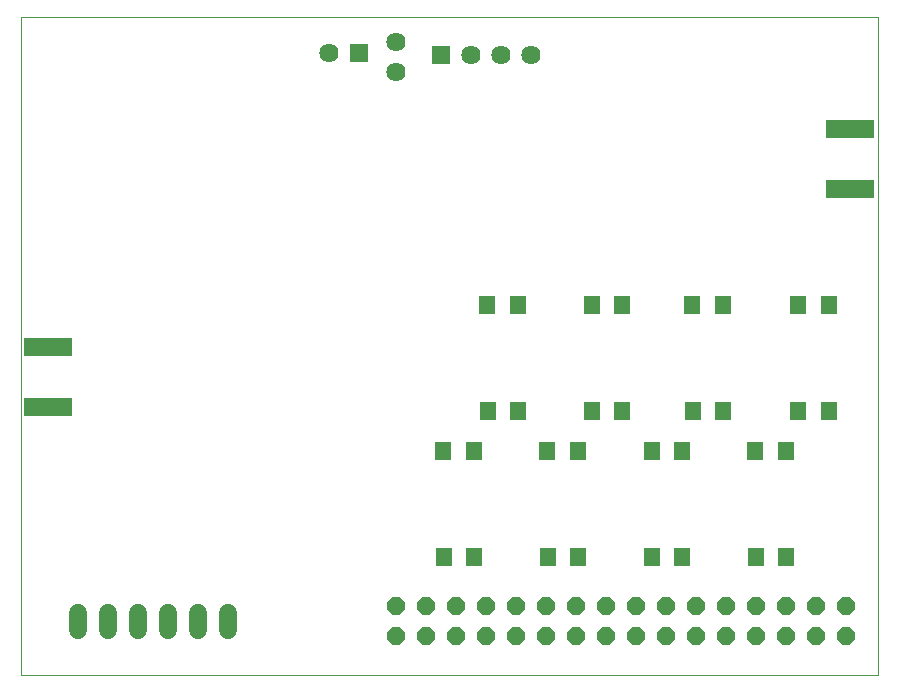
<source format=gbs>
G75*
G70*
%OFA0B0*%
%FSLAX24Y24*%
%IPPOS*%
%LPD*%
%AMOC8*
5,1,8,0,0,1.08239X$1,22.5*
%
%ADD10C,0.0000*%
%ADD11R,0.0640X0.0640*%
%ADD12C,0.0640*%
%ADD13R,0.1640X0.0640*%
%ADD14OC8,0.0600*%
%ADD15C,0.0600*%
%ADD16R,0.0552X0.0631*%
D10*
X000508Y000468D02*
X000508Y022398D01*
X029060Y022398D01*
X029060Y000468D01*
X000508Y000468D01*
D11*
X014508Y021108D03*
X011748Y021188D03*
D12*
X010748Y021188D03*
X012988Y021548D03*
X012988Y020548D03*
X015508Y021108D03*
X016508Y021108D03*
X017508Y021108D03*
D13*
X028133Y018643D03*
X028133Y016643D03*
X001408Y011388D03*
X001408Y009388D03*
D14*
X012988Y002758D03*
X012988Y001758D03*
X013988Y001758D03*
X014988Y001758D03*
X015988Y001758D03*
X015988Y002758D03*
X014988Y002758D03*
X013988Y002758D03*
X016988Y002758D03*
X017988Y002758D03*
X017988Y001758D03*
X016988Y001758D03*
X018988Y001758D03*
X019988Y001758D03*
X020988Y001748D03*
X020988Y002748D03*
X019988Y002758D03*
X018988Y002758D03*
X021988Y002748D03*
X022988Y002748D03*
X023988Y002748D03*
X023988Y001748D03*
X022988Y001748D03*
X021988Y001748D03*
X024988Y001748D03*
X025988Y001748D03*
X025988Y002748D03*
X024988Y002748D03*
X026988Y002748D03*
X027988Y002748D03*
X027988Y001748D03*
X026988Y001748D03*
D15*
X007388Y001968D02*
X007388Y002528D01*
X006388Y002528D02*
X006388Y001968D01*
X005388Y001968D02*
X005388Y002528D01*
X004388Y002528D02*
X004388Y001968D01*
X003388Y001968D02*
X003388Y002528D01*
X002388Y002528D02*
X002388Y001968D01*
D16*
X014584Y004376D03*
X015592Y004374D03*
X018044Y004376D03*
X019052Y004374D03*
X021524Y004376D03*
X022532Y004374D03*
X024984Y004376D03*
X025992Y004374D03*
X025992Y007917D03*
X024977Y007915D03*
X023892Y009254D03*
X022884Y009256D03*
X022532Y007917D03*
X021517Y007915D03*
X020532Y009254D03*
X019524Y009256D03*
X019052Y007917D03*
X018037Y007915D03*
X017052Y009254D03*
X016044Y009256D03*
X015592Y007917D03*
X014577Y007915D03*
X016037Y012795D03*
X017052Y012797D03*
X019517Y012795D03*
X020532Y012797D03*
X022877Y012795D03*
X023892Y012797D03*
X026397Y012795D03*
X027412Y012797D03*
X027412Y009254D03*
X026404Y009256D03*
M02*

</source>
